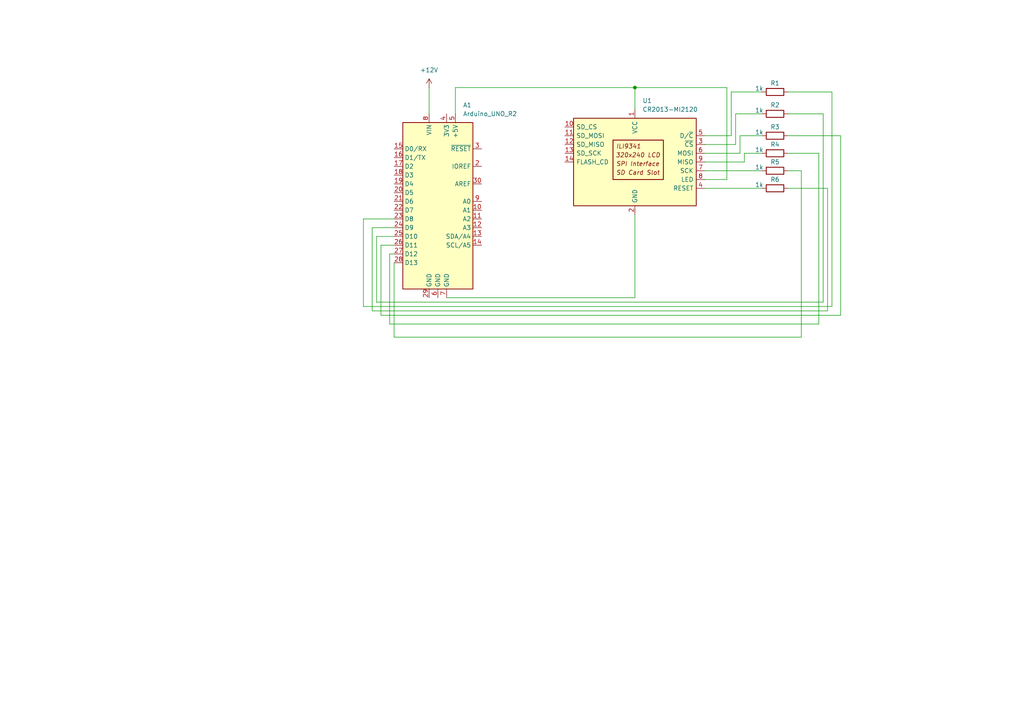
<source format=kicad_sch>
(kicad_sch
	(version 20231120)
	(generator "eeschema")
	(generator_version "8.0")
	(uuid "ad88f30f-1846-4e4e-affb-c6b7f73ee19b")
	(paper "A4")
	(lib_symbols
		(symbol "Device:R"
			(pin_numbers hide)
			(pin_names
				(offset 0)
			)
			(exclude_from_sim no)
			(in_bom yes)
			(on_board yes)
			(property "Reference" "R"
				(at 2.032 0 90)
				(effects
					(font
						(size 1.27 1.27)
					)
				)
			)
			(property "Value" "R"
				(at 0 0 90)
				(effects
					(font
						(size 1.27 1.27)
					)
				)
			)
			(property "Footprint" ""
				(at -1.778 0 90)
				(effects
					(font
						(size 1.27 1.27)
					)
					(hide yes)
				)
			)
			(property "Datasheet" "~"
				(at 0 0 0)
				(effects
					(font
						(size 1.27 1.27)
					)
					(hide yes)
				)
			)
			(property "Description" "Resistor"
				(at 0 0 0)
				(effects
					(font
						(size 1.27 1.27)
					)
					(hide yes)
				)
			)
			(property "ki_keywords" "R res resistor"
				(at 0 0 0)
				(effects
					(font
						(size 1.27 1.27)
					)
					(hide yes)
				)
			)
			(property "ki_fp_filters" "R_*"
				(at 0 0 0)
				(effects
					(font
						(size 1.27 1.27)
					)
					(hide yes)
				)
			)
			(symbol "R_0_1"
				(rectangle
					(start -1.016 -2.54)
					(end 1.016 2.54)
					(stroke
						(width 0.254)
						(type default)
					)
					(fill
						(type none)
					)
				)
			)
			(symbol "R_1_1"
				(pin passive line
					(at 0 3.81 270)
					(length 1.27)
					(name "~"
						(effects
							(font
								(size 1.27 1.27)
							)
						)
					)
					(number "1"
						(effects
							(font
								(size 1.27 1.27)
							)
						)
					)
				)
				(pin passive line
					(at 0 -3.81 90)
					(length 1.27)
					(name "~"
						(effects
							(font
								(size 1.27 1.27)
							)
						)
					)
					(number "2"
						(effects
							(font
								(size 1.27 1.27)
							)
						)
					)
				)
			)
		)
		(symbol "Driver_Display:CR2013-MI2120"
			(pin_names
				(offset 0.762)
			)
			(exclude_from_sim no)
			(in_bom yes)
			(on_board yes)
			(property "Reference" "U"
				(at -17.526 13.97 0)
				(effects
					(font
						(size 1.27 1.27)
					)
					(justify left)
				)
			)
			(property "Value" "CR2013-MI2120"
				(at 1.905 13.97 0)
				(effects
					(font
						(size 1.27 1.27)
					)
					(justify left)
				)
			)
			(property "Footprint" "Display:CR2013-MI2120"
				(at 0 -17.78 0)
				(effects
					(font
						(size 1.27 1.27)
					)
					(hide yes)
				)
			)
			(property "Datasheet" "http://pan.baidu.com/s/11Y990"
				(at -16.51 12.7 0)
				(effects
					(font
						(size 1.27 1.27)
					)
					(hide yes)
				)
			)
			(property "Description" "ILI9341 controller, SPI TFT LCD Display, 9-pin breakout PCB, 4-pin SD card interface, 5V/3.3V"
				(at 0 0 0)
				(effects
					(font
						(size 1.27 1.27)
					)
					(hide yes)
				)
			)
			(property "ki_keywords" "driver display"
				(at 0 0 0)
				(effects
					(font
						(size 1.27 1.27)
					)
					(hide yes)
				)
			)
			(property "ki_fp_filters" "*CR2013*MI2120*"
				(at 0 0 0)
				(effects
					(font
						(size 1.27 1.27)
					)
					(hide yes)
				)
			)
			(symbol "CR2013-MI2120_0_0"
				(text "320x240 LCD"
					(at 0.889 2.032 0)
					(effects
						(font
							(size 1.27 1.27)
							(italic yes)
						)
					)
				)
				(text "ILI9341"
					(at -5.461 4.572 0)
					(effects
						(font
							(size 1.27 1.27)
							(italic yes)
						)
						(justify left)
					)
				)
				(text "SD Card Slot"
					(at -5.461 -3.048 0)
					(effects
						(font
							(size 1.27 1.27)
							(italic yes)
						)
						(justify left)
					)
				)
				(text "SPI Interface"
					(at -5.461 -0.508 0)
					(effects
						(font
							(size 1.27 1.27)
							(italic yes)
						)
						(justify left)
					)
				)
			)
			(symbol "CR2013-MI2120_0_1"
				(rectangle
					(start -17.78 12.7)
					(end 17.78 -12.7)
					(stroke
						(width 0.254)
						(type default)
					)
					(fill
						(type background)
					)
				)
				(rectangle
					(start -6.35 6.35)
					(end 8.255 -5.08)
					(stroke
						(width 0.254)
						(type default)
					)
					(fill
						(type none)
					)
				)
			)
			(symbol "CR2013-MI2120_1_1"
				(pin power_in line
					(at 0 15.24 270)
					(length 2.54)
					(name "VCC"
						(effects
							(font
								(size 1.27 1.27)
							)
						)
					)
					(number "1"
						(effects
							(font
								(size 1.27 1.27)
							)
						)
					)
				)
				(pin input line
					(at -20.32 10.16 0)
					(length 2.54)
					(name "SD_CS"
						(effects
							(font
								(size 1.27 1.27)
							)
						)
					)
					(number "10"
						(effects
							(font
								(size 1.27 1.27)
							)
						)
					)
				)
				(pin input line
					(at -20.32 7.62 0)
					(length 2.54)
					(name "SD_MOSI"
						(effects
							(font
								(size 1.27 1.27)
							)
						)
					)
					(number "11"
						(effects
							(font
								(size 1.27 1.27)
							)
						)
					)
				)
				(pin output line
					(at -20.32 5.08 0)
					(length 2.54)
					(name "SD_MISO"
						(effects
							(font
								(size 1.27 1.27)
							)
						)
					)
					(number "12"
						(effects
							(font
								(size 1.27 1.27)
							)
						)
					)
				)
				(pin input line
					(at -20.32 2.54 0)
					(length 2.54)
					(name "SD_SCK"
						(effects
							(font
								(size 1.27 1.27)
							)
						)
					)
					(number "13"
						(effects
							(font
								(size 1.27 1.27)
							)
						)
					)
				)
				(pin input line
					(at -20.32 0 0)
					(length 2.54)
					(name "FLASH_CD"
						(effects
							(font
								(size 1.27 1.27)
							)
						)
					)
					(number "14"
						(effects
							(font
								(size 1.27 1.27)
							)
						)
					)
				)
				(pin power_in line
					(at 0 -15.24 90)
					(length 2.54)
					(name "GND"
						(effects
							(font
								(size 1.27 1.27)
							)
						)
					)
					(number "2"
						(effects
							(font
								(size 1.27 1.27)
							)
						)
					)
				)
				(pin input line
					(at 20.32 5.08 180)
					(length 2.54)
					(name "~{CS}"
						(effects
							(font
								(size 1.27 1.27)
							)
						)
					)
					(number "3"
						(effects
							(font
								(size 1.27 1.27)
							)
						)
					)
				)
				(pin input line
					(at 20.32 -7.62 180)
					(length 2.54)
					(name "RESET"
						(effects
							(font
								(size 1.27 1.27)
							)
						)
					)
					(number "4"
						(effects
							(font
								(size 1.27 1.27)
							)
						)
					)
				)
				(pin input line
					(at 20.32 7.62 180)
					(length 2.54)
					(name "D/~{C}"
						(effects
							(font
								(size 1.27 1.27)
							)
						)
					)
					(number "5"
						(effects
							(font
								(size 1.27 1.27)
							)
						)
					)
				)
				(pin input line
					(at 20.32 2.54 180)
					(length 2.54)
					(name "MOSI"
						(effects
							(font
								(size 1.27 1.27)
							)
						)
					)
					(number "6"
						(effects
							(font
								(size 1.27 1.27)
							)
						)
					)
				)
				(pin input line
					(at 20.32 -2.54 180)
					(length 2.54)
					(name "SCK"
						(effects
							(font
								(size 1.27 1.27)
							)
						)
					)
					(number "7"
						(effects
							(font
								(size 1.27 1.27)
							)
						)
					)
				)
				(pin input line
					(at 20.32 -5.08 180)
					(length 2.54)
					(name "LED"
						(effects
							(font
								(size 1.27 1.27)
							)
						)
					)
					(number "8"
						(effects
							(font
								(size 1.27 1.27)
							)
						)
					)
				)
				(pin output line
					(at 20.32 0 180)
					(length 2.54)
					(name "MISO"
						(effects
							(font
								(size 1.27 1.27)
							)
						)
					)
					(number "9"
						(effects
							(font
								(size 1.27 1.27)
							)
						)
					)
				)
			)
		)
		(symbol "MCU_Module:Arduino_UNO_R2"
			(exclude_from_sim no)
			(in_bom yes)
			(on_board yes)
			(property "Reference" "A"
				(at -10.16 23.495 0)
				(effects
					(font
						(size 1.27 1.27)
					)
					(justify left bottom)
				)
			)
			(property "Value" "Arduino_UNO_R2"
				(at 5.08 -26.67 0)
				(effects
					(font
						(size 1.27 1.27)
					)
					(justify left top)
				)
			)
			(property "Footprint" "Module:Arduino_UNO_R2"
				(at 0 0 0)
				(effects
					(font
						(size 1.27 1.27)
						(italic yes)
					)
					(hide yes)
				)
			)
			(property "Datasheet" "https://www.arduino.cc/en/Main/arduinoBoardUno"
				(at 0 0 0)
				(effects
					(font
						(size 1.27 1.27)
					)
					(hide yes)
				)
			)
			(property "Description" "Arduino UNO Microcontroller Module, release 2"
				(at 0 0 0)
				(effects
					(font
						(size 1.27 1.27)
					)
					(hide yes)
				)
			)
			(property "ki_keywords" "Arduino UNO R3 Microcontroller Module Atmel AVR USB"
				(at 0 0 0)
				(effects
					(font
						(size 1.27 1.27)
					)
					(hide yes)
				)
			)
			(property "ki_fp_filters" "Arduino*UNO*R2*"
				(at 0 0 0)
				(effects
					(font
						(size 1.27 1.27)
					)
					(hide yes)
				)
			)
			(symbol "Arduino_UNO_R2_0_1"
				(rectangle
					(start -10.16 22.86)
					(end 10.16 -25.4)
					(stroke
						(width 0.254)
						(type default)
					)
					(fill
						(type background)
					)
				)
			)
			(symbol "Arduino_UNO_R2_1_1"
				(pin no_connect line
					(at -10.16 -20.32 0)
					(length 2.54) hide
					(name "NC"
						(effects
							(font
								(size 1.27 1.27)
							)
						)
					)
					(number "1"
						(effects
							(font
								(size 1.27 1.27)
							)
						)
					)
				)
				(pin bidirectional line
					(at 12.7 -2.54 180)
					(length 2.54)
					(name "A1"
						(effects
							(font
								(size 1.27 1.27)
							)
						)
					)
					(number "10"
						(effects
							(font
								(size 1.27 1.27)
							)
						)
					)
				)
				(pin bidirectional line
					(at 12.7 -5.08 180)
					(length 2.54)
					(name "A2"
						(effects
							(font
								(size 1.27 1.27)
							)
						)
					)
					(number "11"
						(effects
							(font
								(size 1.27 1.27)
							)
						)
					)
				)
				(pin bidirectional line
					(at 12.7 -7.62 180)
					(length 2.54)
					(name "A3"
						(effects
							(font
								(size 1.27 1.27)
							)
						)
					)
					(number "12"
						(effects
							(font
								(size 1.27 1.27)
							)
						)
					)
				)
				(pin bidirectional line
					(at 12.7 -10.16 180)
					(length 2.54)
					(name "SDA/A4"
						(effects
							(font
								(size 1.27 1.27)
							)
						)
					)
					(number "13"
						(effects
							(font
								(size 1.27 1.27)
							)
						)
					)
				)
				(pin bidirectional line
					(at 12.7 -12.7 180)
					(length 2.54)
					(name "SCL/A5"
						(effects
							(font
								(size 1.27 1.27)
							)
						)
					)
					(number "14"
						(effects
							(font
								(size 1.27 1.27)
							)
						)
					)
				)
				(pin bidirectional line
					(at -12.7 15.24 0)
					(length 2.54)
					(name "D0/RX"
						(effects
							(font
								(size 1.27 1.27)
							)
						)
					)
					(number "15"
						(effects
							(font
								(size 1.27 1.27)
							)
						)
					)
				)
				(pin bidirectional line
					(at -12.7 12.7 0)
					(length 2.54)
					(name "D1/TX"
						(effects
							(font
								(size 1.27 1.27)
							)
						)
					)
					(number "16"
						(effects
							(font
								(size 1.27 1.27)
							)
						)
					)
				)
				(pin bidirectional line
					(at -12.7 10.16 0)
					(length 2.54)
					(name "D2"
						(effects
							(font
								(size 1.27 1.27)
							)
						)
					)
					(number "17"
						(effects
							(font
								(size 1.27 1.27)
							)
						)
					)
				)
				(pin bidirectional line
					(at -12.7 7.62 0)
					(length 2.54)
					(name "D3"
						(effects
							(font
								(size 1.27 1.27)
							)
						)
					)
					(number "18"
						(effects
							(font
								(size 1.27 1.27)
							)
						)
					)
				)
				(pin bidirectional line
					(at -12.7 5.08 0)
					(length 2.54)
					(name "D4"
						(effects
							(font
								(size 1.27 1.27)
							)
						)
					)
					(number "19"
						(effects
							(font
								(size 1.27 1.27)
							)
						)
					)
				)
				(pin output line
					(at 12.7 10.16 180)
					(length 2.54)
					(name "IOREF"
						(effects
							(font
								(size 1.27 1.27)
							)
						)
					)
					(number "2"
						(effects
							(font
								(size 1.27 1.27)
							)
						)
					)
				)
				(pin bidirectional line
					(at -12.7 2.54 0)
					(length 2.54)
					(name "D5"
						(effects
							(font
								(size 1.27 1.27)
							)
						)
					)
					(number "20"
						(effects
							(font
								(size 1.27 1.27)
							)
						)
					)
				)
				(pin bidirectional line
					(at -12.7 0 0)
					(length 2.54)
					(name "D6"
						(effects
							(font
								(size 1.27 1.27)
							)
						)
					)
					(number "21"
						(effects
							(font
								(size 1.27 1.27)
							)
						)
					)
				)
				(pin bidirectional line
					(at -12.7 -2.54 0)
					(length 2.54)
					(name "D7"
						(effects
							(font
								(size 1.27 1.27)
							)
						)
					)
					(number "22"
						(effects
							(font
								(size 1.27 1.27)
							)
						)
					)
				)
				(pin bidirectional line
					(at -12.7 -5.08 0)
					(length 2.54)
					(name "D8"
						(effects
							(font
								(size 1.27 1.27)
							)
						)
					)
					(number "23"
						(effects
							(font
								(size 1.27 1.27)
							)
						)
					)
				)
				(pin bidirectional line
					(at -12.7 -7.62 0)
					(length 2.54)
					(name "D9"
						(effects
							(font
								(size 1.27 1.27)
							)
						)
					)
					(number "24"
						(effects
							(font
								(size 1.27 1.27)
							)
						)
					)
				)
				(pin bidirectional line
					(at -12.7 -10.16 0)
					(length 2.54)
					(name "D10"
						(effects
							(font
								(size 1.27 1.27)
							)
						)
					)
					(number "25"
						(effects
							(font
								(size 1.27 1.27)
							)
						)
					)
				)
				(pin bidirectional line
					(at -12.7 -12.7 0)
					(length 2.54)
					(name "D11"
						(effects
							(font
								(size 1.27 1.27)
							)
						)
					)
					(number "26"
						(effects
							(font
								(size 1.27 1.27)
							)
						)
					)
				)
				(pin bidirectional line
					(at -12.7 -15.24 0)
					(length 2.54)
					(name "D12"
						(effects
							(font
								(size 1.27 1.27)
							)
						)
					)
					(number "27"
						(effects
							(font
								(size 1.27 1.27)
							)
						)
					)
				)
				(pin bidirectional line
					(at -12.7 -17.78 0)
					(length 2.54)
					(name "D13"
						(effects
							(font
								(size 1.27 1.27)
							)
						)
					)
					(number "28"
						(effects
							(font
								(size 1.27 1.27)
							)
						)
					)
				)
				(pin power_in line
					(at -2.54 -27.94 90)
					(length 2.54)
					(name "GND"
						(effects
							(font
								(size 1.27 1.27)
							)
						)
					)
					(number "29"
						(effects
							(font
								(size 1.27 1.27)
							)
						)
					)
				)
				(pin input line
					(at 12.7 15.24 180)
					(length 2.54)
					(name "~{RESET}"
						(effects
							(font
								(size 1.27 1.27)
							)
						)
					)
					(number "3"
						(effects
							(font
								(size 1.27 1.27)
							)
						)
					)
				)
				(pin input line
					(at 12.7 5.08 180)
					(length 2.54)
					(name "AREF"
						(effects
							(font
								(size 1.27 1.27)
							)
						)
					)
					(number "30"
						(effects
							(font
								(size 1.27 1.27)
							)
						)
					)
				)
				(pin power_out line
					(at 2.54 25.4 270)
					(length 2.54)
					(name "3V3"
						(effects
							(font
								(size 1.27 1.27)
							)
						)
					)
					(number "4"
						(effects
							(font
								(size 1.27 1.27)
							)
						)
					)
				)
				(pin power_out line
					(at 5.08 25.4 270)
					(length 2.54)
					(name "+5V"
						(effects
							(font
								(size 1.27 1.27)
							)
						)
					)
					(number "5"
						(effects
							(font
								(size 1.27 1.27)
							)
						)
					)
				)
				(pin power_in line
					(at 0 -27.94 90)
					(length 2.54)
					(name "GND"
						(effects
							(font
								(size 1.27 1.27)
							)
						)
					)
					(number "6"
						(effects
							(font
								(size 1.27 1.27)
							)
						)
					)
				)
				(pin power_in line
					(at 2.54 -27.94 90)
					(length 2.54)
					(name "GND"
						(effects
							(font
								(size 1.27 1.27)
							)
						)
					)
					(number "7"
						(effects
							(font
								(size 1.27 1.27)
							)
						)
					)
				)
				(pin power_in line
					(at -2.54 25.4 270)
					(length 2.54)
					(name "VIN"
						(effects
							(font
								(size 1.27 1.27)
							)
						)
					)
					(number "8"
						(effects
							(font
								(size 1.27 1.27)
							)
						)
					)
				)
				(pin bidirectional line
					(at 12.7 0 180)
					(length 2.54)
					(name "A0"
						(effects
							(font
								(size 1.27 1.27)
							)
						)
					)
					(number "9"
						(effects
							(font
								(size 1.27 1.27)
							)
						)
					)
				)
			)
		)
		(symbol "power:+12V"
			(power)
			(pin_numbers hide)
			(pin_names
				(offset 0) hide)
			(exclude_from_sim no)
			(in_bom yes)
			(on_board yes)
			(property "Reference" "#PWR"
				(at 0 -3.81 0)
				(effects
					(font
						(size 1.27 1.27)
					)
					(hide yes)
				)
			)
			(property "Value" "+12V"
				(at 0 3.556 0)
				(effects
					(font
						(size 1.27 1.27)
					)
				)
			)
			(property "Footprint" ""
				(at 0 0 0)
				(effects
					(font
						(size 1.27 1.27)
					)
					(hide yes)
				)
			)
			(property "Datasheet" ""
				(at 0 0 0)
				(effects
					(font
						(size 1.27 1.27)
					)
					(hide yes)
				)
			)
			(property "Description" "Power symbol creates a global label with name \"+12V\""
				(at 0 0 0)
				(effects
					(font
						(size 1.27 1.27)
					)
					(hide yes)
				)
			)
			(property "ki_keywords" "global power"
				(at 0 0 0)
				(effects
					(font
						(size 1.27 1.27)
					)
					(hide yes)
				)
			)
			(symbol "+12V_0_1"
				(polyline
					(pts
						(xy -0.762 1.27) (xy 0 2.54)
					)
					(stroke
						(width 0)
						(type default)
					)
					(fill
						(type none)
					)
				)
				(polyline
					(pts
						(xy 0 0) (xy 0 2.54)
					)
					(stroke
						(width 0)
						(type default)
					)
					(fill
						(type none)
					)
				)
				(polyline
					(pts
						(xy 0 2.54) (xy 0.762 1.27)
					)
					(stroke
						(width 0)
						(type default)
					)
					(fill
						(type none)
					)
				)
			)
			(symbol "+12V_1_1"
				(pin power_in line
					(at 0 0 90)
					(length 0)
					(name "~"
						(effects
							(font
								(size 1.27 1.27)
							)
						)
					)
					(number "1"
						(effects
							(font
								(size 1.27 1.27)
							)
						)
					)
				)
			)
		)
	)
	(junction
		(at 184.15 25.4)
		(diameter 0)
		(color 0 0 0 0)
		(uuid "ebfc9aec-5db4-44d6-836c-163fb15b5e68")
	)
	(wire
		(pts
			(xy 184.15 25.4) (xy 132.08 25.4)
		)
		(stroke
			(width 0)
			(type default)
		)
		(uuid "0592f83d-43c6-4d52-9939-166d8fd735d8")
	)
	(wire
		(pts
			(xy 212.09 26.67) (xy 220.98 26.67)
		)
		(stroke
			(width 0)
			(type default)
		)
		(uuid "0781950e-f99f-451c-9506-2558116823d8")
	)
	(wire
		(pts
			(xy 215.9 46.99) (xy 215.9 44.45)
		)
		(stroke
			(width 0)
			(type default)
		)
		(uuid "08ec1ec4-c3c2-4ccb-be85-4ef4622c699d")
	)
	(wire
		(pts
			(xy 204.47 46.99) (xy 215.9 46.99)
		)
		(stroke
			(width 0)
			(type default)
		)
		(uuid "09e5ebf8-f89b-45dd-9a4d-e5a0c6bcb96e")
	)
	(wire
		(pts
			(xy 109.22 68.58) (xy 114.3 68.58)
		)
		(stroke
			(width 0)
			(type default)
		)
		(uuid "0a5b8870-01d3-478b-b804-46747339705d")
	)
	(wire
		(pts
			(xy 237.49 93.98) (xy 113.03 93.98)
		)
		(stroke
			(width 0)
			(type default)
		)
		(uuid "129e8880-dcf1-42dc-9b35-364ef83e2c31")
	)
	(wire
		(pts
			(xy 237.49 44.45) (xy 237.49 93.98)
		)
		(stroke
			(width 0)
			(type default)
		)
		(uuid "1769878b-2d3a-4e5f-963e-eef86f9c6cd6")
	)
	(wire
		(pts
			(xy 107.95 66.04) (xy 114.3 66.04)
		)
		(stroke
			(width 0)
			(type default)
		)
		(uuid "1802b6a6-68f1-466a-9b5e-8eab0ffbf26d")
	)
	(wire
		(pts
			(xy 228.6 54.61) (xy 240.03 54.61)
		)
		(stroke
			(width 0)
			(type default)
		)
		(uuid "1fb2faf6-8feb-41a0-a22c-41c0a2294370")
	)
	(wire
		(pts
			(xy 228.6 44.45) (xy 237.49 44.45)
		)
		(stroke
			(width 0)
			(type default)
		)
		(uuid "229f6cd6-85bf-492d-8e56-d02d7dc9438e")
	)
	(wire
		(pts
			(xy 238.76 33.02) (xy 238.76 87.63)
		)
		(stroke
			(width 0)
			(type default)
		)
		(uuid "28401d13-382d-4b9d-8493-c6bae9e88541")
	)
	(wire
		(pts
			(xy 184.15 86.36) (xy 184.15 62.23)
		)
		(stroke
			(width 0)
			(type default)
		)
		(uuid "2b6c3882-7f9d-42f6-acac-c00cffce6266")
	)
	(wire
		(pts
			(xy 241.3 26.67) (xy 241.3 88.9)
		)
		(stroke
			(width 0)
			(type default)
		)
		(uuid "36c5e45b-9359-4abf-bb29-a5a6cdd62cc2")
	)
	(wire
		(pts
			(xy 105.41 63.5) (xy 114.3 63.5)
		)
		(stroke
			(width 0)
			(type default)
		)
		(uuid "3d764c3e-c269-4bc6-b9a0-a58337226ea1")
	)
	(wire
		(pts
			(xy 228.6 49.53) (xy 232.41 49.53)
		)
		(stroke
			(width 0)
			(type default)
		)
		(uuid "454db6bc-7b86-4260-b84b-e5c1e24c5d64")
	)
	(wire
		(pts
			(xy 228.6 33.02) (xy 238.76 33.02)
		)
		(stroke
			(width 0)
			(type default)
		)
		(uuid "483c20a1-080b-4d83-846b-e4c5c907c3d9")
	)
	(wire
		(pts
			(xy 215.9 44.45) (xy 220.98 44.45)
		)
		(stroke
			(width 0)
			(type default)
		)
		(uuid "48b46243-78ed-422c-bffd-0f0260498660")
	)
	(wire
		(pts
			(xy 107.95 90.17) (xy 107.95 66.04)
		)
		(stroke
			(width 0)
			(type default)
		)
		(uuid "4a412aff-711f-4ae1-a45d-32b7025455e2")
	)
	(wire
		(pts
			(xy 212.09 39.37) (xy 212.09 26.67)
		)
		(stroke
			(width 0)
			(type default)
		)
		(uuid "656a8d17-fc9b-4eeb-ba98-13de8a5edf22")
	)
	(wire
		(pts
			(xy 184.15 31.75) (xy 184.15 25.4)
		)
		(stroke
			(width 0)
			(type default)
		)
		(uuid "68d14539-6110-47dc-943b-69775fe25f93")
	)
	(wire
		(pts
			(xy 213.36 41.91) (xy 213.36 33.02)
		)
		(stroke
			(width 0)
			(type default)
		)
		(uuid "6aa06c5b-c685-48a6-acad-0cd8186e68ed")
	)
	(wire
		(pts
			(xy 243.84 39.37) (xy 243.84 91.44)
		)
		(stroke
			(width 0)
			(type default)
		)
		(uuid "6c77eece-c5e9-4e8f-bf7d-a07a7165c07d")
	)
	(wire
		(pts
			(xy 240.03 90.17) (xy 107.95 90.17)
		)
		(stroke
			(width 0)
			(type default)
		)
		(uuid "6cdf166e-48ad-4c3c-870b-203d041210ef")
	)
	(wire
		(pts
			(xy 204.47 41.91) (xy 213.36 41.91)
		)
		(stroke
			(width 0)
			(type default)
		)
		(uuid "72eaf1fc-52c7-478b-9a5b-df973c01feef")
	)
	(wire
		(pts
			(xy 109.22 87.63) (xy 109.22 68.58)
		)
		(stroke
			(width 0)
			(type default)
		)
		(uuid "766c6762-ab3d-41cd-9aef-0aae8687eb44")
	)
	(wire
		(pts
			(xy 105.41 63.5) (xy 105.41 88.9)
		)
		(stroke
			(width 0)
			(type default)
		)
		(uuid "7ebd6878-db9a-43ad-a4e6-949a244cb9d8")
	)
	(wire
		(pts
			(xy 241.3 88.9) (xy 105.41 88.9)
		)
		(stroke
			(width 0)
			(type default)
		)
		(uuid "8a4d5fe4-ef7a-4328-af7f-dc825ea66e96")
	)
	(wire
		(pts
			(xy 114.3 97.79) (xy 114.3 76.2)
		)
		(stroke
			(width 0)
			(type default)
		)
		(uuid "8bc22b26-7994-40f7-b526-8bea3637fc3e")
	)
	(wire
		(pts
			(xy 204.47 54.61) (xy 220.98 54.61)
		)
		(stroke
			(width 0)
			(type default)
		)
		(uuid "8f4d9da9-1f92-4331-87a5-ebf1cb8b8cea")
	)
	(wire
		(pts
			(xy 238.76 87.63) (xy 109.22 87.63)
		)
		(stroke
			(width 0)
			(type default)
		)
		(uuid "93cc5ae6-7622-4e96-8815-e44606cf97e6")
	)
	(wire
		(pts
			(xy 204.47 52.07) (xy 210.82 52.07)
		)
		(stroke
			(width 0)
			(type default)
		)
		(uuid "9f6bd509-5116-4448-9ec2-74f1aab73549")
	)
	(wire
		(pts
			(xy 214.63 39.37) (xy 220.98 39.37)
		)
		(stroke
			(width 0)
			(type default)
		)
		(uuid "a0ece510-df6d-47fb-bf07-8c87cd92c5ba")
	)
	(wire
		(pts
			(xy 214.63 44.45) (xy 214.63 39.37)
		)
		(stroke
			(width 0)
			(type default)
		)
		(uuid "a2c26e34-7b3a-4267-a086-fa32cd5c0a3b")
	)
	(wire
		(pts
			(xy 113.03 73.66) (xy 114.3 73.66)
		)
		(stroke
			(width 0)
			(type default)
		)
		(uuid "a3e55cac-ba0e-40b7-a61e-f617b264992c")
	)
	(wire
		(pts
			(xy 210.82 25.4) (xy 184.15 25.4)
		)
		(stroke
			(width 0)
			(type default)
		)
		(uuid "a4e1c882-455d-404f-ac48-4aa89828743e")
	)
	(wire
		(pts
			(xy 110.49 71.12) (xy 114.3 71.12)
		)
		(stroke
			(width 0)
			(type default)
		)
		(uuid "a4eae728-987a-4b8f-a138-90ea4998f8bd")
	)
	(wire
		(pts
			(xy 232.41 49.53) (xy 232.41 97.79)
		)
		(stroke
			(width 0)
			(type default)
		)
		(uuid "a5e62a4e-54c7-4f8e-8e1a-ec873688032c")
	)
	(wire
		(pts
			(xy 232.41 97.79) (xy 114.3 97.79)
		)
		(stroke
			(width 0)
			(type default)
		)
		(uuid "a6019383-13cd-404e-add8-992326593575")
	)
	(wire
		(pts
			(xy 243.84 39.37) (xy 228.6 39.37)
		)
		(stroke
			(width 0)
			(type default)
		)
		(uuid "b0242787-6f2d-469f-ae65-9d9ae4f6c007")
	)
	(wire
		(pts
			(xy 204.47 49.53) (xy 220.98 49.53)
		)
		(stroke
			(width 0)
			(type default)
		)
		(uuid "c0fa1390-bf47-4653-acdb-a6f0eed65062")
	)
	(wire
		(pts
			(xy 240.03 54.61) (xy 240.03 90.17)
		)
		(stroke
			(width 0)
			(type default)
		)
		(uuid "c62fff8a-082b-4eac-88c8-46f04c6d4734")
	)
	(wire
		(pts
			(xy 129.54 86.36) (xy 184.15 86.36)
		)
		(stroke
			(width 0)
			(type default)
		)
		(uuid "cae26890-a313-45e2-98fd-96e0fb6f81dc")
	)
	(wire
		(pts
			(xy 124.46 25.4) (xy 124.46 33.02)
		)
		(stroke
			(width 0)
			(type default)
		)
		(uuid "cd37848f-6f3c-4613-9f82-1400f6639173")
	)
	(wire
		(pts
			(xy 110.49 91.44) (xy 110.49 71.12)
		)
		(stroke
			(width 0)
			(type default)
		)
		(uuid "cd472e9f-572d-49e2-8e83-562236dc91db")
	)
	(wire
		(pts
			(xy 113.03 93.98) (xy 113.03 73.66)
		)
		(stroke
			(width 0)
			(type default)
		)
		(uuid "d9b054f6-15f0-42aa-81ee-60260bccfe78")
	)
	(wire
		(pts
			(xy 243.84 91.44) (xy 110.49 91.44)
		)
		(stroke
			(width 0)
			(type default)
		)
		(uuid "d9cd954b-a05c-4e92-863c-1c0488e8c8be")
	)
	(wire
		(pts
			(xy 204.47 39.37) (xy 212.09 39.37)
		)
		(stroke
			(width 0)
			(type default)
		)
		(uuid "dc7d6f6e-26d3-4fc5-8a41-dbe9d773b4b1")
	)
	(wire
		(pts
			(xy 204.47 44.45) (xy 214.63 44.45)
		)
		(stroke
			(width 0)
			(type default)
		)
		(uuid "df94aab1-4a21-4fcb-99c8-3dc9b231cea5")
	)
	(wire
		(pts
			(xy 228.6 26.67) (xy 241.3 26.67)
		)
		(stroke
			(width 0)
			(type default)
		)
		(uuid "f44466d5-2c42-496f-b14a-f3d6207a7567")
	)
	(wire
		(pts
			(xy 210.82 52.07) (xy 210.82 25.4)
		)
		(stroke
			(width 0)
			(type default)
		)
		(uuid "f71073a8-b39d-45f3-9909-c08daa270e1c")
	)
	(wire
		(pts
			(xy 213.36 33.02) (xy 220.98 33.02)
		)
		(stroke
			(width 0)
			(type default)
		)
		(uuid "f8ae23ed-6022-4663-804b-f2b6c8b01763")
	)
	(wire
		(pts
			(xy 132.08 25.4) (xy 132.08 33.02)
		)
		(stroke
			(width 0)
			(type default)
		)
		(uuid "f9a75147-d18e-4422-9a57-5e6d72aaaffe")
	)
	(symbol
		(lib_id "MCU_Module:Arduino_UNO_R2")
		(at 127 58.42 0)
		(unit 1)
		(exclude_from_sim no)
		(in_bom yes)
		(on_board yes)
		(dnp no)
		(fields_autoplaced yes)
		(uuid "3f4e2c9f-b488-4e57-8c48-a7fdb5b6676c")
		(property "Reference" "A1"
			(at 134.2741 30.48 0)
			(effects
				(font
					(size 1.27 1.27)
				)
				(justify left)
			)
		)
		(property "Value" "Arduino_UNO_R2"
			(at 134.2741 33.02 0)
			(effects
				(font
					(size 1.27 1.27)
				)
				(justify left)
			)
		)
		(property "Footprint" "Module:Arduino_UNO_R2"
			(at 127 58.42 0)
			(effects
				(font
					(size 1.27 1.27)
					(italic yes)
				)
				(hide yes)
			)
		)
		(property "Datasheet" "https://www.arduino.cc/en/Main/arduinoBoardUno"
			(at 127 58.42 0)
			(effects
				(font
					(size 1.27 1.27)
				)
				(hide yes)
			)
		)
		(property "Description" "Arduino UNO Microcontroller Module, release 2"
			(at 127 58.42 0)
			(effects
				(font
					(size 1.27 1.27)
				)
				(hide yes)
			)
		)
		(pin "4"
			(uuid "c5d75d25-4faf-456e-aece-9c945f85ae7e")
		)
		(pin "17"
			(uuid "855d1958-a58b-4942-81fa-63a7006ea353")
		)
		(pin "16"
			(uuid "ea5a75b3-8123-45a2-9cb8-4747b0dd9b75")
		)
		(pin "29"
			(uuid "33c8b450-9f54-483e-b9d8-56f61bd23dd1")
		)
		(pin "10"
			(uuid "b602e5e9-b867-436f-b63d-970bb0c83b3c")
		)
		(pin "28"
			(uuid "70282284-25ca-4055-b08c-842a9774e3cd")
		)
		(pin "30"
			(uuid "77ffb0fa-7a9c-4418-bc8f-581779085d21")
		)
		(pin "6"
			(uuid "21dcd10b-8944-4f8e-927e-f55c582df45f")
		)
		(pin "15"
			(uuid "bc4c2e05-441a-410f-aa7c-67109992800b")
		)
		(pin "9"
			(uuid "3e367ad1-4660-4bf3-89a4-fd847c11ebe8")
		)
		(pin "5"
			(uuid "f1d3360b-e8db-490f-b084-5e27563c7226")
		)
		(pin "8"
			(uuid "11e4e866-4cdf-4cb9-b4b2-58a04629ac1a")
		)
		(pin "20"
			(uuid "1cf4504b-27e8-4449-bb51-7eac516bf34d")
		)
		(pin "27"
			(uuid "3431d937-17b1-474c-849e-bea0608c2612")
		)
		(pin "22"
			(uuid "2f3a4303-130b-4397-a318-cbfa3e0e953c")
		)
		(pin "25"
			(uuid "528d2f34-32ea-446e-98f4-9ecb2fc01814")
		)
		(pin "7"
			(uuid "32508b9a-e558-435f-bdbc-d90dc427272e")
		)
		(pin "13"
			(uuid "abc33af7-b8e2-4457-902b-ec4ff5a4411f")
		)
		(pin "1"
			(uuid "0d813c1a-9713-4946-b43d-eae6b287c3bf")
		)
		(pin "18"
			(uuid "38af5873-65b6-403c-a6bf-6d7a6ccc9795")
		)
		(pin "2"
			(uuid "f0a8dbd6-c46f-49ef-86ad-05a66e404c2b")
		)
		(pin "12"
			(uuid "35d1fae4-bac0-41fc-a7b9-f4198da3cb86")
		)
		(pin "23"
			(uuid "45731bd0-53ae-4368-b91e-13918186fd71")
		)
		(pin "11"
			(uuid "427afcf8-2cc3-4225-97b0-89a234d2f694")
		)
		(pin "21"
			(uuid "dae34509-ba68-4d77-9e2f-e7913d25ab17")
		)
		(pin "26"
			(uuid "561acc2b-1d2c-4ed1-82e7-8406ed7f23df")
		)
		(pin "24"
			(uuid "1a3236aa-7ec2-47fa-b5fc-380fec83425b")
		)
		(pin "3"
			(uuid "a951f75d-c687-4d03-a8ca-6b988112b5de")
		)
		(pin "14"
			(uuid "030aeb4a-6a4a-45a9-9011-9b843f9a3868")
		)
		(pin "19"
			(uuid "c706a9a8-8b09-4812-b568-ef9e6ab0b724")
		)
		(instances
			(project ""
				(path "/ad88f30f-1846-4e4e-affb-c6b7f73ee19b"
					(reference "A1")
					(unit 1)
				)
			)
		)
	)
	(symbol
		(lib_id "Device:R")
		(at 224.79 54.61 270)
		(unit 1)
		(exclude_from_sim no)
		(in_bom yes)
		(on_board yes)
		(dnp no)
		(uuid "443d005b-789d-46b1-be36-0c1587a40558")
		(property "Reference" "R6"
			(at 224.79 52.07 90)
			(effects
				(font
					(size 1.27 1.27)
				)
			)
		)
		(property "Value" "1k"
			(at 220.218 53.594 90)
			(effects
				(font
					(size 1.27 1.27)
				)
			)
		)
		(property "Footprint" ""
			(at 224.79 52.832 90)
			(effects
				(font
					(size 1.27 1.27)
				)
				(hide yes)
			)
		)
		(property "Datasheet" "~"
			(at 224.79 54.61 0)
			(effects
				(font
					(size 1.27 1.27)
				)
				(hide yes)
			)
		)
		(property "Description" "Resistor"
			(at 224.79 54.61 0)
			(effects
				(font
					(size 1.27 1.27)
				)
				(hide yes)
			)
		)
		(pin "1"
			(uuid "b141f727-fbd8-490b-abc7-c7120673df17")
		)
		(pin "2"
			(uuid "f0976084-fa76-4732-bc03-b5ad9d454d52")
		)
		(instances
			(project "FutureSchematicIntegration"
				(path "/ad88f30f-1846-4e4e-affb-c6b7f73ee19b"
					(reference "R6")
					(unit 1)
				)
			)
		)
	)
	(symbol
		(lib_id "Device:R")
		(at 224.79 39.37 270)
		(unit 1)
		(exclude_from_sim no)
		(in_bom yes)
		(on_board yes)
		(dnp no)
		(uuid "57721ff1-6de5-4130-98ab-147f7ed30260")
		(property "Reference" "R3"
			(at 224.79 36.83 90)
			(effects
				(font
					(size 1.27 1.27)
				)
			)
		)
		(property "Value" "1k"
			(at 220.218 38.354 90)
			(effects
				(font
					(size 1.27 1.27)
				)
			)
		)
		(property "Footprint" ""
			(at 224.79 37.592 90)
			(effects
				(font
					(size 1.27 1.27)
				)
				(hide yes)
			)
		)
		(property "Datasheet" "~"
			(at 224.79 39.37 0)
			(effects
				(font
					(size 1.27 1.27)
				)
				(hide yes)
			)
		)
		(property "Description" "Resistor"
			(at 224.79 39.37 0)
			(effects
				(font
					(size 1.27 1.27)
				)
				(hide yes)
			)
		)
		(pin "1"
			(uuid "921c173b-ef63-4fab-9303-80ee8c0f219d")
		)
		(pin "2"
			(uuid "e45eed5d-2b79-465d-b7b9-7a94259428d8")
		)
		(instances
			(project "FutureSchematicIntegration"
				(path "/ad88f30f-1846-4e4e-affb-c6b7f73ee19b"
					(reference "R3")
					(unit 1)
				)
			)
		)
	)
	(symbol
		(lib_id "Device:R")
		(at 224.79 44.45 270)
		(unit 1)
		(exclude_from_sim no)
		(in_bom yes)
		(on_board yes)
		(dnp no)
		(uuid "59022f6d-445e-4db3-ba07-b80815684e44")
		(property "Reference" "R4"
			(at 224.79 41.91 90)
			(effects
				(font
					(size 1.27 1.27)
				)
			)
		)
		(property "Value" "1k"
			(at 220.218 43.434 90)
			(effects
				(font
					(size 1.27 1.27)
				)
			)
		)
		(property "Footprint" ""
			(at 224.79 42.672 90)
			(effects
				(font
					(size 1.27 1.27)
				)
				(hide yes)
			)
		)
		(property "Datasheet" "~"
			(at 224.79 44.45 0)
			(effects
				(font
					(size 1.27 1.27)
				)
				(hide yes)
			)
		)
		(property "Description" "Resistor"
			(at 224.79 44.45 0)
			(effects
				(font
					(size 1.27 1.27)
				)
				(hide yes)
			)
		)
		(pin "1"
			(uuid "1687ebcf-20f7-47d3-9ddb-039e718b7124")
		)
		(pin "2"
			(uuid "f16903bf-cea7-46d4-a563-7ecd025a0ec6")
		)
		(instances
			(project "FutureSchematicIntegration"
				(path "/ad88f30f-1846-4e4e-affb-c6b7f73ee19b"
					(reference "R4")
					(unit 1)
				)
			)
		)
	)
	(symbol
		(lib_id "power:+12V")
		(at 124.46 25.4 0)
		(unit 1)
		(exclude_from_sim no)
		(in_bom yes)
		(on_board yes)
		(dnp no)
		(fields_autoplaced yes)
		(uuid "7e3f0142-d46a-45f2-a24a-be9cd6bd3489")
		(property "Reference" "#PWR01"
			(at 124.46 29.21 0)
			(effects
				(font
					(size 1.27 1.27)
				)
				(hide yes)
			)
		)
		(property "Value" "+12V"
			(at 124.46 20.32 0)
			(effects
				(font
					(size 1.27 1.27)
				)
			)
		)
		(property "Footprint" ""
			(at 124.46 25.4 0)
			(effects
				(font
					(size 1.27 1.27)
				)
				(hide yes)
			)
		)
		(property "Datasheet" ""
			(at 124.46 25.4 0)
			(effects
				(font
					(size 1.27 1.27)
				)
				(hide yes)
			)
		)
		(property "Description" "Power symbol creates a global label with name \"+12V\""
			(at 124.46 25.4 0)
			(effects
				(font
					(size 1.27 1.27)
				)
				(hide yes)
			)
		)
		(pin "1"
			(uuid "141e55c4-c12c-40c7-aa9b-2a2071e1eb0e")
		)
		(instances
			(project ""
				(path "/ad88f30f-1846-4e4e-affb-c6b7f73ee19b"
					(reference "#PWR01")
					(unit 1)
				)
			)
		)
	)
	(symbol
		(lib_id "Device:R")
		(at 224.79 26.67 270)
		(unit 1)
		(exclude_from_sim no)
		(in_bom yes)
		(on_board yes)
		(dnp no)
		(uuid "b147fe91-b2c3-4791-aeea-6b1bcaaf66ab")
		(property "Reference" "R1"
			(at 224.79 24.13 90)
			(effects
				(font
					(size 1.27 1.27)
				)
			)
		)
		(property "Value" "1k"
			(at 220.218 25.654 90)
			(effects
				(font
					(size 1.27 1.27)
				)
			)
		)
		(property "Footprint" ""
			(at 224.79 24.892 90)
			(effects
				(font
					(size 1.27 1.27)
				)
				(hide yes)
			)
		)
		(property "Datasheet" "~"
			(at 224.79 26.67 0)
			(effects
				(font
					(size 1.27 1.27)
				)
				(hide yes)
			)
		)
		(property "Description" "Resistor"
			(at 224.79 26.67 0)
			(effects
				(font
					(size 1.27 1.27)
				)
				(hide yes)
			)
		)
		(pin "1"
			(uuid "9ef71882-0c40-4e88-81a1-2c8c553d9ff7")
		)
		(pin "2"
			(uuid "b3e7686c-20d0-42ff-9f76-1defa1790692")
		)
		(instances
			(project ""
				(path "/ad88f30f-1846-4e4e-affb-c6b7f73ee19b"
					(reference "R1")
					(unit 1)
				)
			)
		)
	)
	(symbol
		(lib_id "Device:R")
		(at 224.79 49.53 270)
		(unit 1)
		(exclude_from_sim no)
		(in_bom yes)
		(on_board yes)
		(dnp no)
		(uuid "c635a4cb-4e62-4a10-82ab-26e97a4fb637")
		(property "Reference" "R5"
			(at 224.79 46.99 90)
			(effects
				(font
					(size 1.27 1.27)
				)
			)
		)
		(property "Value" "1k"
			(at 220.218 48.514 90)
			(effects
				(font
					(size 1.27 1.27)
				)
			)
		)
		(property "Footprint" ""
			(at 224.79 47.752 90)
			(effects
				(font
					(size 1.27 1.27)
				)
				(hide yes)
			)
		)
		(property "Datasheet" "~"
			(at 224.79 49.53 0)
			(effects
				(font
					(size 1.27 1.27)
				)
				(hide yes)
			)
		)
		(property "Description" "Resistor"
			(at 224.79 49.53 0)
			(effects
				(font
					(size 1.27 1.27)
				)
				(hide yes)
			)
		)
		(pin "1"
			(uuid "82b2ef76-33c4-447e-b973-351f3428466d")
		)
		(pin "2"
			(uuid "0812c33a-9780-4026-b40c-49057f2188e6")
		)
		(instances
			(project "FutureSchematicIntegration"
				(path "/ad88f30f-1846-4e4e-affb-c6b7f73ee19b"
					(reference "R5")
					(unit 1)
				)
			)
		)
	)
	(symbol
		(lib_id "Driver_Display:CR2013-MI2120")
		(at 184.15 46.99 0)
		(unit 1)
		(exclude_from_sim no)
		(in_bom yes)
		(on_board yes)
		(dnp no)
		(fields_autoplaced yes)
		(uuid "c86f6178-f4e5-423d-bd9a-427a610ade66")
		(property "Reference" "U1"
			(at 186.3441 29.21 0)
			(effects
				(font
					(size 1.27 1.27)
				)
				(justify left)
			)
		)
		(property "Value" "CR2013-MI2120"
			(at 186.3441 31.75 0)
			(effects
				(font
					(size 1.27 1.27)
				)
				(justify left)
			)
		)
		(property "Footprint" "Display:CR2013-MI2120"
			(at 184.15 64.77 0)
			(effects
				(font
					(size 1.27 1.27)
				)
				(hide yes)
			)
		)
		(property "Datasheet" "http://pan.baidu.com/s/11Y990"
			(at 167.64 34.29 0)
			(effects
				(font
					(size 1.27 1.27)
				)
				(hide yes)
			)
		)
		(property "Description" "ILI9341 controller, SPI TFT LCD Display, 9-pin breakout PCB, 4-pin SD card interface, 5V/3.3V"
			(at 184.15 46.99 0)
			(effects
				(font
					(size 1.27 1.27)
				)
				(hide yes)
			)
		)
		(pin "7"
			(uuid "a9c74a85-51df-4503-9915-677376f9705b")
		)
		(pin "12"
			(uuid "1aacac45-3cb3-45f4-be20-40131e582643")
		)
		(pin "3"
			(uuid "1a50d849-2237-405b-95bd-ec8bb8229206")
		)
		(pin "13"
			(uuid "feb03ca0-784a-442f-a020-d6981f96663b")
		)
		(pin "11"
			(uuid "15324aad-1fc4-4365-80d2-a066ff89305c")
		)
		(pin "14"
			(uuid "3cd373fe-955d-4528-9320-22379629bf4a")
		)
		(pin "1"
			(uuid "c85d79ba-4d8c-4c29-ae8c-e97f56418702")
		)
		(pin "10"
			(uuid "5db55ea2-1308-4adb-88b0-4603f3e5cd29")
		)
		(pin "4"
			(uuid "bf06d6fe-a776-443e-b2f0-a868ed1a0818")
		)
		(pin "2"
			(uuid "1cafeb29-3750-48c6-92d9-41398b27153d")
		)
		(pin "6"
			(uuid "3ab71b3a-c13c-4fe1-b236-7c88b4e2978b")
		)
		(pin "5"
			(uuid "df22a9fe-adbb-4621-a3e6-88267c297345")
		)
		(pin "8"
			(uuid "54ddc7ac-dd77-4078-ad09-ed196461494c")
		)
		(pin "9"
			(uuid "517e1fb8-6fce-4092-95b6-fbda7004b301")
		)
		(instances
			(project ""
				(path "/ad88f30f-1846-4e4e-affb-c6b7f73ee19b"
					(reference "U1")
					(unit 1)
				)
			)
		)
	)
	(symbol
		(lib_id "Device:R")
		(at 224.79 33.02 270)
		(unit 1)
		(exclude_from_sim no)
		(in_bom yes)
		(on_board yes)
		(dnp no)
		(uuid "faa7f317-58d5-428e-a3bd-a1074afd00ed")
		(property "Reference" "R2"
			(at 224.79 30.48 90)
			(effects
				(font
					(size 1.27 1.27)
				)
			)
		)
		(property "Value" "1k"
			(at 220.218 32.004 90)
			(effects
				(font
					(size 1.27 1.27)
				)
			)
		)
		(property "Footprint" ""
			(at 224.79 31.242 90)
			(effects
				(font
					(size 1.27 1.27)
				)
				(hide yes)
			)
		)
		(property "Datasheet" "~"
			(at 224.79 33.02 0)
			(effects
				(font
					(size 1.27 1.27)
				)
				(hide yes)
			)
		)
		(property "Description" "Resistor"
			(at 224.79 33.02 0)
			(effects
				(font
					(size 1.27 1.27)
				)
				(hide yes)
			)
		)
		(pin "1"
			(uuid "4c0154f8-6637-4847-91c7-1e93a9c421c9")
		)
		(pin "2"
			(uuid "227f8a2c-2d5f-433e-a168-fcc5dcc6dcfe")
		)
		(instances
			(project "FutureSchematicIntegration"
				(path "/ad88f30f-1846-4e4e-affb-c6b7f73ee19b"
					(reference "R2")
					(unit 1)
				)
			)
		)
	)
	(sheet_instances
		(path "/"
			(page "1")
		)
	)
)

</source>
